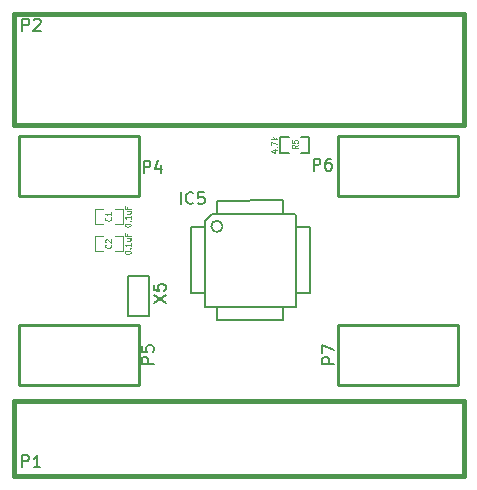
<source format=gto>
G04 (created by PCBNEW (2013-jul-07)-stable) date Tue 07 Apr 2015 07:13:19 PM PDT*
%MOIN*%
G04 Gerber Fmt 3.4, Leading zero omitted, Abs format*
%FSLAX34Y34*%
G01*
G70*
G90*
G04 APERTURE LIST*
%ADD10C,0.00590551*%
%ADD11C,0.015*%
%ADD12C,0.0047*%
%ADD13C,0.006*%
%ADD14C,0.005*%
%ADD15C,0.008*%
%ADD16C,0.01*%
%ADD17C,0.0045*%
G04 APERTURE END LIST*
G54D10*
G54D11*
X35059Y-35346D02*
X35059Y-32846D01*
X33609Y-35346D02*
X35059Y-35346D01*
X33609Y-32846D02*
X35009Y-32846D01*
X35009Y-32846D02*
X35059Y-32846D01*
X21559Y-32846D02*
X20059Y-32846D01*
X20059Y-32846D02*
X20059Y-35346D01*
X20059Y-35346D02*
X22059Y-35346D01*
X21559Y-32846D02*
X33559Y-32846D01*
X21559Y-35346D02*
X33559Y-35346D01*
X33559Y-19929D02*
X35059Y-19929D01*
X35059Y-19929D02*
X35059Y-20229D01*
X21559Y-19929D02*
X20059Y-19929D01*
X20059Y-19929D02*
X20059Y-20129D01*
X21559Y-23629D02*
X20059Y-23629D01*
X20059Y-23629D02*
X20059Y-20129D01*
X33559Y-23629D02*
X35059Y-23629D01*
X35059Y-23629D02*
X35059Y-20129D01*
X33559Y-23629D02*
X21559Y-23629D01*
X21559Y-19929D02*
X33559Y-19929D01*
G54D12*
X23031Y-26436D02*
X22756Y-26436D01*
X23425Y-26436D02*
X23700Y-26436D01*
X23031Y-26948D02*
X22756Y-26948D01*
X23700Y-26948D02*
X23425Y-26948D01*
X22756Y-26942D02*
X22756Y-26442D01*
X23700Y-26442D02*
X23700Y-26942D01*
X23031Y-27342D02*
X22756Y-27342D01*
X23425Y-27342D02*
X23700Y-27342D01*
X23031Y-27854D02*
X22756Y-27854D01*
X23700Y-27854D02*
X23425Y-27854D01*
X22756Y-27848D02*
X22756Y-27348D01*
X23700Y-27348D02*
X23700Y-27848D01*
G54D13*
X29932Y-29239D02*
X29482Y-29239D01*
X29932Y-27059D02*
X29492Y-27059D01*
X29932Y-29239D02*
X29932Y-27059D01*
X29052Y-29709D02*
X29052Y-30139D01*
X26842Y-29719D02*
X26842Y-30139D01*
X26832Y-30139D02*
X29052Y-30149D01*
X26852Y-26169D02*
X29022Y-26159D01*
X26422Y-26859D02*
X26422Y-29689D01*
X29032Y-26169D02*
X29032Y-26579D01*
X26672Y-26619D02*
X29452Y-26619D01*
X29472Y-29699D02*
X29472Y-26659D01*
X26422Y-29699D02*
X29422Y-29699D01*
X25972Y-27029D02*
X25972Y-29249D01*
X25972Y-29249D02*
X26422Y-29249D01*
X26426Y-26849D02*
X26656Y-26619D01*
X25974Y-27029D02*
X26426Y-27029D01*
X26852Y-26619D02*
X26852Y-26167D01*
X27023Y-27023D02*
G75*
G03X27023Y-27023I-188J0D01*
G74*
G01*
G54D14*
X29232Y-24036D02*
X28954Y-24036D01*
X28954Y-24036D02*
X28954Y-24586D01*
X28954Y-24586D02*
X29232Y-24586D01*
X29904Y-24036D02*
X29626Y-24036D01*
X29904Y-24036D02*
X29904Y-24586D01*
X29904Y-24586D02*
X29626Y-24586D01*
G54D15*
X24566Y-28661D02*
X24566Y-29999D01*
X24566Y-29999D02*
X23858Y-29999D01*
X23858Y-29999D02*
X23858Y-28661D01*
X23858Y-28661D02*
X24566Y-28661D01*
G54D16*
X31874Y-30299D02*
X30874Y-30299D01*
X30874Y-30299D02*
X30874Y-32299D01*
X30874Y-32299D02*
X31874Y-32299D01*
X33874Y-30299D02*
X34874Y-30299D01*
X34874Y-30299D02*
X34874Y-32299D01*
X34874Y-32299D02*
X33874Y-32299D01*
X33874Y-32299D02*
X31874Y-32299D01*
X31874Y-30299D02*
X33874Y-30299D01*
X31874Y-24000D02*
X30874Y-24000D01*
X30874Y-24000D02*
X30874Y-26000D01*
X30874Y-26000D02*
X31874Y-26000D01*
X33874Y-24000D02*
X34874Y-24000D01*
X34874Y-24000D02*
X34874Y-26000D01*
X34874Y-26000D02*
X33874Y-26000D01*
X33874Y-26000D02*
X31874Y-26000D01*
X31874Y-24000D02*
X33874Y-24000D01*
X21244Y-30299D02*
X20244Y-30299D01*
X20244Y-30299D02*
X20244Y-32299D01*
X20244Y-32299D02*
X21244Y-32299D01*
X23244Y-30299D02*
X24244Y-30299D01*
X24244Y-30299D02*
X24244Y-32299D01*
X24244Y-32299D02*
X23244Y-32299D01*
X23244Y-32299D02*
X21244Y-32299D01*
X21244Y-30299D02*
X23244Y-30299D01*
X21244Y-24000D02*
X20244Y-24000D01*
X20244Y-24000D02*
X20244Y-26000D01*
X20244Y-26000D02*
X21244Y-26000D01*
X23244Y-24000D02*
X24244Y-24000D01*
X24244Y-24000D02*
X24244Y-26000D01*
X24244Y-26000D02*
X23244Y-26000D01*
X23244Y-26000D02*
X21244Y-26000D01*
X21244Y-24000D02*
X23244Y-24000D01*
G54D15*
X20344Y-35048D02*
X20344Y-34648D01*
X20497Y-34648D01*
X20535Y-34667D01*
X20554Y-34686D01*
X20573Y-34724D01*
X20573Y-34781D01*
X20554Y-34819D01*
X20535Y-34838D01*
X20497Y-34857D01*
X20344Y-34857D01*
X20954Y-35048D02*
X20725Y-35048D01*
X20840Y-35048D02*
X20840Y-34648D01*
X20801Y-34705D01*
X20763Y-34743D01*
X20725Y-34762D01*
X20354Y-20508D02*
X20354Y-20108D01*
X20507Y-20108D01*
X20545Y-20127D01*
X20564Y-20146D01*
X20583Y-20184D01*
X20583Y-20241D01*
X20564Y-20279D01*
X20545Y-20298D01*
X20507Y-20317D01*
X20354Y-20317D01*
X20735Y-20146D02*
X20754Y-20127D01*
X20792Y-20108D01*
X20888Y-20108D01*
X20926Y-20127D01*
X20945Y-20146D01*
X20964Y-20184D01*
X20964Y-20222D01*
X20945Y-20279D01*
X20716Y-20508D01*
X20964Y-20508D01*
G54D17*
X23290Y-26722D02*
X23299Y-26731D01*
X23309Y-26757D01*
X23309Y-26774D01*
X23299Y-26800D01*
X23280Y-26817D01*
X23261Y-26825D01*
X23223Y-26834D01*
X23195Y-26834D01*
X23156Y-26825D01*
X23137Y-26817D01*
X23118Y-26800D01*
X23109Y-26774D01*
X23109Y-26757D01*
X23118Y-26731D01*
X23128Y-26722D01*
X23309Y-26551D02*
X23309Y-26654D01*
X23309Y-26602D02*
X23109Y-26602D01*
X23137Y-26620D01*
X23156Y-26637D01*
X23166Y-26654D01*
X23759Y-26988D02*
X23759Y-26971D01*
X23768Y-26954D01*
X23778Y-26945D01*
X23797Y-26937D01*
X23835Y-26928D01*
X23883Y-26928D01*
X23921Y-26937D01*
X23940Y-26945D01*
X23949Y-26954D01*
X23959Y-26971D01*
X23959Y-26988D01*
X23949Y-27005D01*
X23940Y-27014D01*
X23921Y-27022D01*
X23883Y-27031D01*
X23835Y-27031D01*
X23797Y-27022D01*
X23778Y-27014D01*
X23768Y-27005D01*
X23759Y-26988D01*
X23940Y-26851D02*
X23949Y-26842D01*
X23959Y-26851D01*
X23949Y-26860D01*
X23940Y-26851D01*
X23959Y-26851D01*
X23959Y-26671D02*
X23959Y-26774D01*
X23959Y-26722D02*
X23759Y-26722D01*
X23787Y-26740D01*
X23806Y-26757D01*
X23816Y-26774D01*
X23825Y-26517D02*
X23959Y-26517D01*
X23825Y-26594D02*
X23930Y-26594D01*
X23949Y-26585D01*
X23959Y-26568D01*
X23959Y-26542D01*
X23949Y-26525D01*
X23940Y-26517D01*
X23854Y-26371D02*
X23854Y-26431D01*
X23959Y-26431D02*
X23759Y-26431D01*
X23759Y-26345D01*
X23290Y-27628D02*
X23299Y-27636D01*
X23309Y-27662D01*
X23309Y-27679D01*
X23299Y-27705D01*
X23280Y-27722D01*
X23261Y-27731D01*
X23223Y-27739D01*
X23195Y-27739D01*
X23156Y-27731D01*
X23137Y-27722D01*
X23118Y-27705D01*
X23109Y-27679D01*
X23109Y-27662D01*
X23118Y-27636D01*
X23128Y-27628D01*
X23128Y-27559D02*
X23118Y-27551D01*
X23109Y-27534D01*
X23109Y-27491D01*
X23118Y-27474D01*
X23128Y-27465D01*
X23147Y-27456D01*
X23166Y-27456D01*
X23195Y-27465D01*
X23309Y-27568D01*
X23309Y-27456D01*
X23759Y-27894D02*
X23759Y-27876D01*
X23768Y-27859D01*
X23778Y-27851D01*
X23797Y-27842D01*
X23835Y-27834D01*
X23883Y-27834D01*
X23921Y-27842D01*
X23940Y-27851D01*
X23949Y-27859D01*
X23959Y-27876D01*
X23959Y-27894D01*
X23949Y-27911D01*
X23940Y-27919D01*
X23921Y-27928D01*
X23883Y-27936D01*
X23835Y-27936D01*
X23797Y-27928D01*
X23778Y-27919D01*
X23768Y-27911D01*
X23759Y-27894D01*
X23940Y-27756D02*
X23949Y-27748D01*
X23959Y-27756D01*
X23949Y-27765D01*
X23940Y-27756D01*
X23959Y-27756D01*
X23959Y-27576D02*
X23959Y-27679D01*
X23959Y-27628D02*
X23759Y-27628D01*
X23787Y-27645D01*
X23806Y-27662D01*
X23816Y-27679D01*
X23825Y-27422D02*
X23959Y-27422D01*
X23825Y-27499D02*
X23930Y-27499D01*
X23949Y-27491D01*
X23959Y-27474D01*
X23959Y-27448D01*
X23949Y-27431D01*
X23940Y-27422D01*
X23854Y-27276D02*
X23854Y-27336D01*
X23959Y-27336D02*
X23759Y-27336D01*
X23759Y-27251D01*
G54D15*
X25623Y-26276D02*
X25623Y-25876D01*
X26042Y-26238D02*
X26023Y-26257D01*
X25966Y-26276D01*
X25927Y-26276D01*
X25870Y-26257D01*
X25832Y-26219D01*
X25813Y-26181D01*
X25794Y-26105D01*
X25794Y-26048D01*
X25813Y-25972D01*
X25832Y-25934D01*
X25870Y-25895D01*
X25927Y-25876D01*
X25966Y-25876D01*
X26023Y-25895D01*
X26042Y-25915D01*
X26404Y-25876D02*
X26213Y-25876D01*
X26194Y-26067D01*
X26213Y-26048D01*
X26251Y-26029D01*
X26347Y-26029D01*
X26385Y-26048D01*
X26404Y-26067D01*
X26423Y-26105D01*
X26423Y-26200D01*
X26404Y-26238D01*
X26385Y-26257D01*
X26347Y-26276D01*
X26251Y-26276D01*
X26213Y-26257D01*
X26194Y-26238D01*
G54D17*
X29533Y-24316D02*
X29440Y-24376D01*
X29533Y-24418D02*
X29336Y-24418D01*
X29336Y-24350D01*
X29346Y-24333D01*
X29355Y-24324D01*
X29374Y-24316D01*
X29402Y-24316D01*
X29421Y-24324D01*
X29430Y-24333D01*
X29440Y-24350D01*
X29440Y-24418D01*
X29336Y-24153D02*
X29336Y-24238D01*
X29430Y-24247D01*
X29421Y-24238D01*
X29411Y-24221D01*
X29411Y-24178D01*
X29421Y-24161D01*
X29430Y-24153D01*
X29449Y-24144D01*
X29496Y-24144D01*
X29515Y-24153D01*
X29524Y-24161D01*
X29533Y-24178D01*
X29533Y-24221D01*
X29524Y-24238D01*
X29515Y-24247D01*
X28707Y-24478D02*
X28841Y-24478D01*
X28631Y-24521D02*
X28774Y-24563D01*
X28774Y-24452D01*
X28822Y-24383D02*
X28831Y-24375D01*
X28841Y-24383D01*
X28831Y-24392D01*
X28822Y-24383D01*
X28841Y-24383D01*
X28641Y-24315D02*
X28641Y-24195D01*
X28841Y-24272D01*
X28841Y-24126D02*
X28641Y-24126D01*
X28764Y-24109D02*
X28841Y-24058D01*
X28707Y-24058D02*
X28783Y-24126D01*
G54D15*
X24722Y-29575D02*
X25122Y-29309D01*
X24722Y-29309D02*
X25122Y-29575D01*
X24722Y-28966D02*
X24722Y-29156D01*
X24913Y-29175D01*
X24893Y-29156D01*
X24874Y-29118D01*
X24874Y-29023D01*
X24893Y-28985D01*
X24913Y-28966D01*
X24951Y-28947D01*
X25046Y-28947D01*
X25084Y-28966D01*
X25103Y-28985D01*
X25122Y-29023D01*
X25122Y-29118D01*
X25103Y-29156D01*
X25084Y-29175D01*
X30752Y-31594D02*
X30352Y-31594D01*
X30352Y-31442D01*
X30371Y-31403D01*
X30390Y-31384D01*
X30428Y-31365D01*
X30485Y-31365D01*
X30523Y-31384D01*
X30542Y-31403D01*
X30561Y-31442D01*
X30561Y-31594D01*
X30352Y-31232D02*
X30352Y-30965D01*
X30752Y-31137D01*
X30059Y-25161D02*
X30059Y-24761D01*
X30211Y-24761D01*
X30249Y-24780D01*
X30268Y-24800D01*
X30287Y-24838D01*
X30287Y-24895D01*
X30268Y-24933D01*
X30249Y-24952D01*
X30211Y-24971D01*
X30059Y-24971D01*
X30630Y-24761D02*
X30554Y-24761D01*
X30516Y-24780D01*
X30497Y-24800D01*
X30459Y-24857D01*
X30440Y-24933D01*
X30440Y-25085D01*
X30459Y-25123D01*
X30478Y-25142D01*
X30516Y-25161D01*
X30592Y-25161D01*
X30630Y-25142D01*
X30649Y-25123D01*
X30668Y-25085D01*
X30668Y-24990D01*
X30649Y-24952D01*
X30630Y-24933D01*
X30592Y-24914D01*
X30516Y-24914D01*
X30478Y-24933D01*
X30459Y-24952D01*
X30440Y-24990D01*
X24728Y-31594D02*
X24328Y-31594D01*
X24328Y-31442D01*
X24347Y-31403D01*
X24366Y-31384D01*
X24405Y-31365D01*
X24462Y-31365D01*
X24500Y-31384D01*
X24519Y-31403D01*
X24538Y-31442D01*
X24538Y-31594D01*
X24328Y-31003D02*
X24328Y-31194D01*
X24519Y-31213D01*
X24500Y-31194D01*
X24481Y-31156D01*
X24481Y-31061D01*
X24500Y-31023D01*
X24519Y-31003D01*
X24557Y-30984D01*
X24652Y-30984D01*
X24690Y-31003D01*
X24709Y-31023D01*
X24728Y-31061D01*
X24728Y-31156D01*
X24709Y-31194D01*
X24690Y-31213D01*
X24389Y-25240D02*
X24389Y-24840D01*
X24542Y-24840D01*
X24580Y-24859D01*
X24599Y-24878D01*
X24618Y-24916D01*
X24618Y-24973D01*
X24599Y-25012D01*
X24580Y-25031D01*
X24542Y-25050D01*
X24389Y-25050D01*
X24961Y-24973D02*
X24961Y-25240D01*
X24865Y-24821D02*
X24770Y-25107D01*
X25018Y-25107D01*
M02*

</source>
